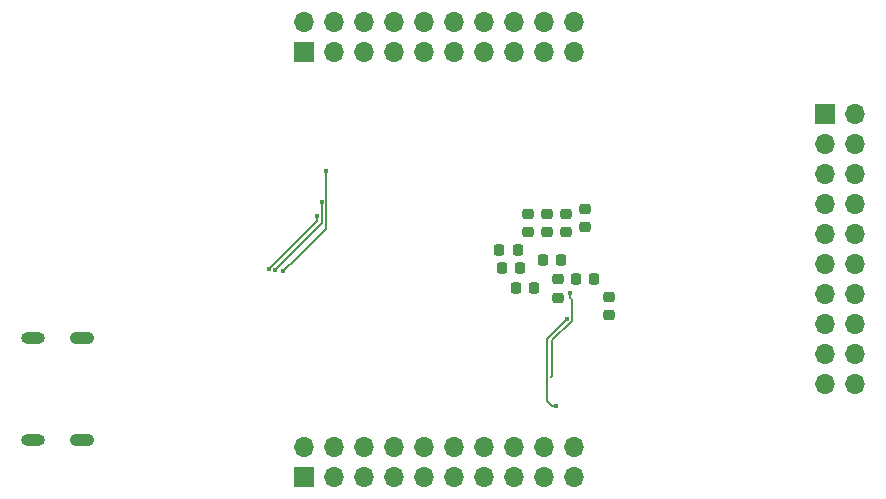
<source format=gbr>
%TF.GenerationSoftware,KiCad,Pcbnew,(6.0.0)*%
%TF.CreationDate,2022-08-04T21:46:00+02:00*%
%TF.ProjectId,TINY-FPGA-BOARD,54494e59-2d46-4504-9741-2d424f415244,rev?*%
%TF.SameCoordinates,Original*%
%TF.FileFunction,Copper,L4,Bot*%
%TF.FilePolarity,Positive*%
%FSLAX46Y46*%
G04 Gerber Fmt 4.6, Leading zero omitted, Abs format (unit mm)*
G04 Created by KiCad (PCBNEW (6.0.0)) date 2022-08-04 21:46:00*
%MOMM*%
%LPD*%
G01*
G04 APERTURE LIST*
G04 Aperture macros list*
%AMRoundRect*
0 Rectangle with rounded corners*
0 $1 Rounding radius*
0 $2 $3 $4 $5 $6 $7 $8 $9 X,Y pos of 4 corners*
0 Add a 4 corners polygon primitive as box body*
4,1,4,$2,$3,$4,$5,$6,$7,$8,$9,$2,$3,0*
0 Add four circle primitives for the rounded corners*
1,1,$1+$1,$2,$3*
1,1,$1+$1,$4,$5*
1,1,$1+$1,$6,$7*
1,1,$1+$1,$8,$9*
0 Add four rect primitives between the rounded corners*
20,1,$1+$1,$2,$3,$4,$5,0*
20,1,$1+$1,$4,$5,$6,$7,0*
20,1,$1+$1,$6,$7,$8,$9,0*
20,1,$1+$1,$8,$9,$2,$3,0*%
G04 Aperture macros list end*
%TA.AperFunction,ComponentPad*%
%ADD10O,2.000000X1.000000*%
%TD*%
%TA.AperFunction,ComponentPad*%
%ADD11O,2.100000X1.050000*%
%TD*%
%TA.AperFunction,ComponentPad*%
%ADD12R,1.700000X1.700000*%
%TD*%
%TA.AperFunction,ComponentPad*%
%ADD13O,1.700000X1.700000*%
%TD*%
%TA.AperFunction,SMDPad,CuDef*%
%ADD14RoundRect,0.225000X0.225000X0.250000X-0.225000X0.250000X-0.225000X-0.250000X0.225000X-0.250000X0*%
%TD*%
%TA.AperFunction,SMDPad,CuDef*%
%ADD15RoundRect,0.225000X-0.250000X0.225000X-0.250000X-0.225000X0.250000X-0.225000X0.250000X0.225000X0*%
%TD*%
%TA.AperFunction,SMDPad,CuDef*%
%ADD16RoundRect,0.225000X0.250000X-0.225000X0.250000X0.225000X-0.250000X0.225000X-0.250000X-0.225000X0*%
%TD*%
%TA.AperFunction,SMDPad,CuDef*%
%ADD17RoundRect,0.225000X-0.225000X-0.250000X0.225000X-0.250000X0.225000X0.250000X-0.225000X0.250000X0*%
%TD*%
%TA.AperFunction,ViaPad*%
%ADD18C,0.400000*%
%TD*%
%TA.AperFunction,Conductor*%
%ADD19C,0.127000*%
%TD*%
G04 APERTURE END LIST*
D10*
%TO.P,J1,G1,GND*%
%TO.N,GND*%
X71635000Y-99017500D03*
%TO.P,J1,G2,GND*%
X71635000Y-107657500D03*
D11*
%TO.P,J1,G3,GND*%
X75815000Y-99017500D03*
%TO.P,J1,G4,GND*%
X75815000Y-107657500D03*
%TD*%
D12*
%TO.P,J3,1,Pin_1*%
%TO.N,+3V3*%
X138725000Y-80075000D03*
D13*
%TO.P,J3,2,Pin_2*%
X141265000Y-80075000D03*
%TO.P,J3,3,Pin_3*%
%TO.N,/FPGA IOs  BANKS/IO168*%
X138725000Y-82615000D03*
%TO.P,J3,4,Pin_4*%
%TO.N,/FPGA IOs  BANKS/IO170*%
X141265000Y-82615000D03*
%TO.P,J3,5,Pin_5*%
%TO.N,/FPGA IOs  BANKS/IO161*%
X138725000Y-85155000D03*
%TO.P,J3,6,Pin_6*%
%TO.N,/FPGA IOs  BANKS/IO154*%
X141265000Y-85155000D03*
%TO.P,J3,7,Pin_7*%
%TO.N,/FPGA IOs  BANKS/IO160*%
X138725000Y-87695000D03*
%TO.P,J3,8,Pin_8*%
%TO.N,/FPGA IOs  BANKS/IO141*%
X141265000Y-87695000D03*
%TO.P,J3,9,Pin_9*%
%TO.N,/FPGA IOs  BANKS/IO152*%
X138725000Y-90235000D03*
%TO.P,J3,10,Pin_10*%
%TO.N,/FPGA IOs  BANKS/IO136*%
X141265000Y-90235000D03*
%TO.P,J3,11,Pin_11*%
%TO.N,/FPGA IOs  BANKS/IO148*%
X138725000Y-92775000D03*
%TO.P,J3,12,Pin_12*%
%TO.N,/FPGA IOs  BANKS/IO120*%
X141265000Y-92775000D03*
%TO.P,J3,13,Pin_13*%
%TO.N,/FPGA IOs  BANKS/IO140*%
X138725000Y-95315000D03*
%TO.P,J3,14,Pin_14*%
%TO.N,/FPGA IOs  BANKS/IO116*%
X141265000Y-95315000D03*
%TO.P,J3,15,Pin_15*%
%TO.N,/FPGA IOs  BANKS/IO119*%
X138725000Y-97855000D03*
%TO.P,J3,16,Pin_16*%
%TO.N,/FPGA IOs  BANKS/IO128*%
X141265000Y-97855000D03*
%TO.P,J3,17,Pin_17*%
%TO.N,/FPGA IOs  BANKS/IO114*%
X138725000Y-100395000D03*
%TO.P,J3,18,Pin_18*%
%TO.N,/FPGA IOs  BANKS/IO104*%
X141265000Y-100395000D03*
%TO.P,J3,19,Pin_19*%
%TO.N,GND*%
X138725000Y-102935000D03*
%TO.P,J3,20,Pin_20*%
X141265000Y-102935000D03*
%TD*%
D12*
%TO.P,J4,1,Pin_1*%
%TO.N,+3V3*%
X94575000Y-74775000D03*
D13*
%TO.P,J4,2,Pin_2*%
X94575000Y-72235000D03*
%TO.P,J4,3,Pin_3*%
%TO.N,/FPGA IOs  BANKS/IO225*%
X97115000Y-74775000D03*
%TO.P,J4,4,Pin_4*%
%TO.N,/FPGA IOs  BANKS/IO221*%
X97115000Y-72235000D03*
%TO.P,J4,5,Pin_5*%
%TO.N,/FPGA IOs  BANKS/IO222*%
X99655000Y-74775000D03*
%TO.P,J4,6,Pin_6*%
%TO.N,/FPGA IOs  BANKS/IO219*%
X99655000Y-72235000D03*
%TO.P,J4,7,Pin_7*%
%TO.N,/FPGA IOs  BANKS/IO223*%
X102195000Y-74775000D03*
%TO.P,J4,8,Pin_8*%
%TO.N,/FPGA IOs  BANKS/IO208*%
X102195000Y-72235000D03*
%TO.P,J4,9,Pin_9*%
%TO.N,/FPGA IOs  BANKS/IO211*%
X104735000Y-74775000D03*
%TO.P,J4,10,Pin_10*%
%TO.N,/FPGA IOs  BANKS/IO198*%
X104735000Y-72235000D03*
%TO.P,J4,11,Pin_11*%
%TO.N,/FPGA IOs  BANKS/IO207*%
X107275000Y-74775000D03*
%TO.P,J4,12,Pin_12*%
%TO.N,/FPGA IOs  BANKS/IO197*%
X107275000Y-72235000D03*
%TO.P,J4,13,Pin_13*%
%TO.N,/FPGA IOs  BANKS/IO206*%
X109815000Y-74775000D03*
%TO.P,J4,14,Pin_14*%
%TO.N,/FPGA IOs  BANKS/IO177*%
X109815000Y-72235000D03*
%TO.P,J4,15,Pin_15*%
%TO.N,/FPGA IOs  BANKS/IO192*%
X112355000Y-74775000D03*
%TO.P,J4,16,Pin_16*%
%TO.N,/FPGA IOs  BANKS/IO174*%
X112355000Y-72235000D03*
%TO.P,J4,17,Pin_17*%
%TO.N,/FPGA IOs  BANKS/IO190*%
X114895000Y-74775000D03*
%TO.P,J4,18,Pin_18*%
%TO.N,/FPGA IOs  BANKS/IO178*%
X114895000Y-72235000D03*
%TO.P,J4,19,Pin_19*%
%TO.N,GND*%
X117435000Y-74775000D03*
%TO.P,J4,20,Pin_20*%
X117435000Y-72235000D03*
%TD*%
D12*
%TO.P,J5,1,Pin_1*%
%TO.N,+3V3*%
X94575000Y-110775000D03*
D13*
%TO.P,J5,2,Pin_2*%
X94575000Y-108235000D03*
%TO.P,J5,3,Pin_3*%
%TO.N,/FPGA IOs  BANKS/IO56*%
X97115000Y-110775000D03*
%TO.P,J5,4,Pin_4*%
%TO.N,unconnected-(J5-Pad4)*%
X97115000Y-108235000D03*
%TO.P,J5,5,Pin_5*%
%TO.N,/FPGA IOs  BANKS/IO61*%
X99655000Y-110775000D03*
%TO.P,J5,6,Pin_6*%
%TO.N,unconnected-(J5-Pad6)*%
X99655000Y-108235000D03*
%TO.P,J5,7,Pin_7*%
%TO.N,/FPGA IOs  BANKS/IO71*%
X102195000Y-110775000D03*
%TO.P,J5,8,Pin_8*%
%TO.N,unconnected-(J5-Pad8)*%
X102195000Y-108235000D03*
%TO.P,J5,9,Pin_9*%
%TO.N,/FPGA IOs  BANKS/IO72*%
X104735000Y-110775000D03*
%TO.P,J5,10,Pin_10*%
%TO.N,/FPGA IOs  BANKS/IO63*%
X104735000Y-108235000D03*
%TO.P,J5,11,Pin_11*%
%TO.N,/FPGA IOs  BANKS/IO181*%
X107275000Y-110775000D03*
%TO.P,J5,12,Pin_12*%
%TO.N,/FPGA IOs  BANKS/IO73*%
X107275000Y-108235000D03*
%TO.P,J5,13,Pin_13*%
%TO.N,/FPGA IOs  BANKS/IO94*%
X109815000Y-110775000D03*
%TO.P,J5,14,Pin_14*%
%TO.N,/FPGA IOs  BANKS/IO79*%
X109815000Y-108235000D03*
%TO.P,J5,15,Pin_15*%
%TO.N,/FPGA IOs  BANKS/IO103*%
X112355000Y-110775000D03*
%TO.P,J5,16,Pin_16*%
%TO.N,/FPGA IOs  BANKS/IO82*%
X112355000Y-108235000D03*
%TO.P,J5,17,Pin_17*%
%TO.N,/FPGA IOs  BANKS/IO115*%
X114895000Y-110775000D03*
%TO.P,J5,18,Pin_18*%
%TO.N,/FPGA IOs  BANKS/IO89*%
X114895000Y-108235000D03*
%TO.P,J5,19,Pin_19*%
%TO.N,GND*%
X117435000Y-110775000D03*
%TO.P,J5,20,Pin_20*%
X117435000Y-108235000D03*
%TD*%
D14*
%TO.P,C44,1*%
%TO.N,+3V3*%
X112875000Y-93100000D03*
%TO.P,C44,2*%
%TO.N,GND*%
X111325000Y-93100000D03*
%TD*%
D15*
%TO.P,C43,1*%
%TO.N,+3V3*%
X116100000Y-94025000D03*
%TO.P,C43,2*%
%TO.N,GND*%
X116100000Y-95575000D03*
%TD*%
D14*
%TO.P,C3,1*%
%TO.N,Net-(C3-Pad1)*%
X114075000Y-94800000D03*
%TO.P,C3,2*%
%TO.N,GND*%
X112525000Y-94800000D03*
%TD*%
%TO.P,C41,1*%
%TO.N,+3V3*%
X116375000Y-92400000D03*
%TO.P,C41,2*%
%TO.N,GND*%
X114825000Y-92400000D03*
%TD*%
%TO.P,C45,1*%
%TO.N,+3V3*%
X112675000Y-91550000D03*
%TO.P,C45,2*%
%TO.N,GND*%
X111125000Y-91550000D03*
%TD*%
D16*
%TO.P,C11,1*%
%TO.N,+3V3*%
X120450000Y-97075000D03*
%TO.P,C11,2*%
%TO.N,GND*%
X120450000Y-95525000D03*
%TD*%
D17*
%TO.P,C8,1*%
%TO.N,+1V2*%
X117625000Y-94000000D03*
%TO.P,C8,2*%
%TO.N,GND*%
X119175000Y-94000000D03*
%TD*%
D16*
%TO.P,C6,1*%
%TO.N,Net-(C3-Pad1)*%
X113550000Y-90025000D03*
%TO.P,C6,2*%
%TO.N,GND*%
X113550000Y-88475000D03*
%TD*%
%TO.P,C10,1*%
%TO.N,+1V2*%
X116750000Y-90025000D03*
%TO.P,C10,2*%
%TO.N,GND*%
X116750000Y-88475000D03*
%TD*%
%TO.P,C39,1*%
%TO.N,+3V3*%
X115150000Y-90025000D03*
%TO.P,C39,2*%
%TO.N,GND*%
X115150000Y-88475000D03*
%TD*%
%TO.P,C9,1*%
%TO.N,+2V5*%
X118350000Y-89600000D03*
%TO.P,C9,2*%
%TO.N,GND*%
X118350000Y-88050000D03*
%TD*%
D18*
%TO.N,/MOSI*%
X117140000Y-95200000D03*
%TO.N,/MISO*%
X115930000Y-104790000D03*
X116880000Y-97359228D03*
%TO.N,/USB\u002C SPI\u002C RS232 Interface/FT_EECS*%
X95695000Y-88680000D03*
X91624576Y-93191320D03*
%TO.N,/USB\u002C SPI\u002C RS232 Interface/FT_EECLK*%
X96085000Y-87475000D03*
X92150000Y-93225000D03*
%TO.N,/USB\u002C SPI\u002C RS232 Interface/FT_DATA*%
X96475000Y-84850000D03*
X92800000Y-93350000D03*
%TD*%
D19*
%TO.N,/MISO*%
X115150000Y-99089228D02*
X116880000Y-97359228D01*
X115620000Y-104790000D02*
X115150000Y-104320000D01*
X115930000Y-104790000D02*
X115620000Y-104790000D01*
X115150000Y-104320000D02*
X115150000Y-99089228D01*
%TO.N,/MOSI*%
X115600000Y-102240000D02*
X115530000Y-102310000D01*
X115600000Y-99200000D02*
X115600000Y-102240000D01*
X117270000Y-97530000D02*
X115600000Y-99200000D01*
X117270000Y-95726926D02*
X117270000Y-97530000D01*
X117140000Y-95200000D02*
X117140000Y-95596926D01*
X117140000Y-95596926D02*
X117270000Y-95726926D01*
%TO.N,/USB\u002C SPI\u002C RS232 Interface/FT_EECS*%
X95695000Y-89120896D02*
X95695000Y-88680000D01*
X91624576Y-93191320D02*
X95695000Y-89120896D01*
%TO.N,/USB\u002C SPI\u002C RS232 Interface/FT_EECLK*%
X96085000Y-89290000D02*
X96085000Y-87475000D01*
X92150000Y-93225000D02*
X96085000Y-89290000D01*
%TO.N,/USB\u002C SPI\u002C RS232 Interface/FT_DATA*%
X93462500Y-92762500D02*
X96475000Y-89750000D01*
X96475000Y-89750000D02*
X96475000Y-84850000D01*
X92800000Y-93350000D02*
X93387500Y-92762500D01*
X93387500Y-92762500D02*
X93462500Y-92762500D01*
%TD*%
M02*

</source>
